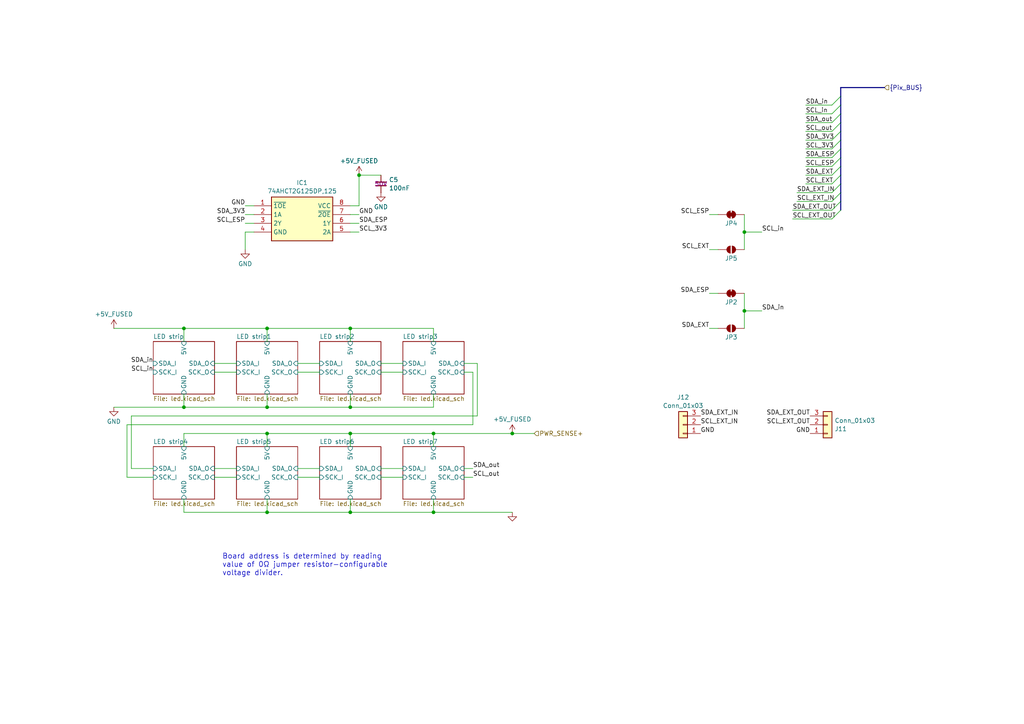
<source format=kicad_sch>
(kicad_sch (version 20250114) (generator "eeschema") (generator_version "9.0")
  (paper "A4")
  (lib_symbols
    (symbol "74xGxx:74AHCT2G125DP,125"
      (property "Reference" "IC" (at 24.13 7.62 0))
      (property "Value" "74AHCT2G125DP,125" (at 24.13 5.08 0))
      (symbol "74AHCT2G125DP,125_1_1"
        (rectangle (start 5.08 2.54) (end 22.86 -10.16) (stroke (width 0.254)) (fill (type background)))
        (pin passive line (at 0 0 0) (length 5.08) (name "~{1OE}") (number "1"))
        (pin passive line (at 0 -2.54 0) (length 5.08) (name "1A") (number "2"))
        (pin passive line (at 0 -5.08 0) (length 5.08) (name "2Y") (number "3"))
        (pin passive line (at 0 -7.62 0) (length 5.08) (name "GND") (number "4"))
        (pin passive line (at 27.94 0 180) (length 5.08) (name "VCC") (number "8"))
        (pin passive line (at 27.94 -2.54 180) (length 5.08) (name "~{2OE}") (number "7"))
        (pin passive line (at 27.94 -5.08 180) (length 5.08) (name "1Y") (number "6"))
        (pin passive line (at 27.94 -7.62 180) (length 5.08) (name "2A") (number "5"))
      )
    )
    (symbol "Connector_Generic:Conn_01x03" (pin_names (offset 1.016) (hide yes))
      (property "Reference" "J" (at 0 5.08 0))
      (property "Value" "Conn_01x03" (at 0 -5.08 0))
      (symbol "Conn_01x03_1_1"
        (rectangle (start -1.27 3.81) (end 1.27 -3.81) (stroke (width 0.254)) (fill (type background)))
        (rectangle (start -1.27 2.667) (end 0 2.413) (stroke (width 0.1524)))
        (rectangle (start -1.27 0.127) (end 0 -0.127) (stroke (width 0.1524)))
        (rectangle (start -1.27 -2.413) (end 0 -2.667) (stroke (width 0.1524)))
        (pin passive line (at -5.08 2.54 0) (length 3.81) (name "Pin_1") (number "1"))
        (pin passive line (at -5.08 0 0) (length 3.81) (name "Pin_2") (number "2"))
        (pin passive line (at -5.08 -2.54 0) (length 3.81) (name "Pin_3") (number "3"))
      )
    )
    (symbol "Device:C_Small" (pin_numbers (hide yes)) (pin_names (offset 0.254) (hide yes))
      (property "Reference" "C" (at 0.254 1.778 0))
      (property "Value" "C_Small" (at 0.254 -2.032 0))
      (symbol "C_Small_0_1"
        (polyline (pts (xy -1.524 0.508) (xy 1.524 0.508)) (stroke (width 0.3048)))
        (polyline (pts (xy -1.524 -0.508) (xy 1.524 -0.508)) (stroke (width 0.3302)))
      )
      (symbol "C_Small_1_1"
        (pin passive line (at 0 2.54 270) (length 2.032) (name "~") (number "1"))
        (pin passive line (at 0 -2.54 90) (length 2.032) (name "~") (number "2"))
      )
    )
    (symbol "Jumper:SolderJumper_2_Bridged" (pin_numbers (hide yes)) (pin_names (offset 0) (hide yes)) (exclude_from_sim yes) (in_bom no)
      (property "Reference" "JP" (at 0 2.032 0))
      (property "Value" "SolderJumper_2_Bridged" (at 0 -2.54 0))
      (symbol "SolderJumper_2_Bridged_0_1"
        (rectangle (start -0.508 0.508) (end 0.508 -0.508) (fill (type outline)))
        (polyline (pts (xy -0.254 1.016) (xy -0.254 -1.016)))
        (arc (start -0.254 -1.016) (mid -1.2656 0) (end -0.254 1.016))
        (arc (start -0.254 -1.016) (mid -1.2656 0) (end -0.254 1.016) (fill (type outline)))
        (arc (start 0.254 1.016) (mid 1.2656 0) (end 0.254 -1.016))
        (arc (start 0.254 1.016) (mid 1.2656 0) (end 0.254 -1.016) (fill (type outline)))
        (polyline (pts (xy 0.254 1.016) (xy 0.254 -1.016)))
      )
      (symbol "SolderJumper_2_Bridged_1_1"
        (pin passive line (at -3.81 0 0) (length 2.54) (name "A") (number "1"))
        (pin passive line (at 3.81 0 180) (length 2.54) (name "B") (number "2"))
      )
    )
    (symbol "Jumper:SolderJumper_2_Open" (pin_numbers (hide yes)) (pin_names (offset 0) (hide yes)) (exclude_from_sim yes) (in_bom no)
      (property "Reference" "JP" (at 0 2.032 0))
      (property "Value" "SolderJumper_2_Open" (at 0 -2.54 0))
      (symbol "SolderJumper_2_Open_0_1"
        (polyline (pts (xy -0.254 1.016) (xy -0.254 -1.016)))
        (arc (start -0.254 -1.016) (mid -1.2656 0) (end -0.254 1.016))
        (arc (start -0.254 -1.016) (mid -1.2656 0) (end -0.254 1.016) (fill (type outline)))
        (arc (start 0.254 1.016) (mid 1.2656 0) (end 0.254 -1.016))
        (arc (start 0.254 1.016) (mid 1.2656 0) (end 0.254 -1.016) (fill (type outline)))
        (polyline (pts (xy 0.254 1.016) (xy 0.254 -1.016)))
      )
      (symbol "SolderJumper_2_Open_1_1"
        (pin passive line (at -3.81 0 0) (length 2.54) (name "A") (number "1"))
        (pin passive line (at 3.81 0 180) (length 2.54) (name "B") (number "2"))
      )
    )
    (symbol "power:+5V" (power) (pin_numbers (hide yes)) (pin_names (offset 0) (hide yes))
      (property "Value" "+5V" (at 0 3.556 0))
      (symbol "+5V_0_1"
        (polyline (pts (xy -0.762 1.27) (xy 0 2.54)))
        (polyline (pts (xy 0 2.54) (xy 0.762 1.27)))
        (polyline (pts (xy 0 0) (xy 0 2.54)))
      )
      (symbol "+5V_1_1"
        (pin power_in line (at 0 0 90) (length 0) (name "~") (number "1"))
      )
    )
    (symbol "power:GND" (power) (pin_numbers (hide yes)) (pin_names (offset 0) (hide yes))
      (property "Value" "GND" (at 0 -3.81 0))
      (symbol "GND_0_1"
        (polyline (pts (xy 0 0) (xy 0 -1.27) (xy 1.27 -1.27) (xy 0 -2.54) (xy -1.27 -1.27) (xy 0 -1.27)))
      )
      (symbol "GND_1_1"
        (pin power_in line (at 0 0 270) (length 0) (name "~") (number "1"))
      )
    )
  )
  (bus_alias "Pix_BUS" (members "SDA_in" "SCL_in" "SDA_out" "SCL_out" "SDA_3V3" "SCL_3V3" "SDA_ESP" "SCL_ESP" "SDA_EXT" "SCL_EXT" "SDA_EXT_IN" "SCL_EXT_IN" "SDA_EXT_OUT" "SCL_EXT_OUT"))
  (text_box "Board address is determined by reading value of 0Ω jumper resistor-configurable voltage divider. " (at 63.5 159.385 0) (size 50.8 15.24) (margins 0.9525 0.9525 0.9525 0.9525) (stroke (width -0.0001)) (effects (font (size 1.5 1.5)) (justify left top)))
  (junction (at 148.59 125.73))
  (junction (at 104.14 50.8))
  (junction (at 77.47 125.73))
  (junction (at 125.73 148.59))
  (junction (at 215.9 90.17))
  (junction (at 77.47 148.59))
  (junction (at 53.34 95.25))
  (junction (at 125.73 125.73))
  (junction (at 101.6 148.59))
  (junction (at 215.9 67.31))
  (junction (at 77.47 95.25))
  (junction (at 101.6 125.73))
  (junction (at 53.34 118.11))
  (junction (at 77.47 118.11))
  (junction (at 101.6 95.25))
  (junction (at 101.6 118.11))
  (bus_entry (at 243.84 40.64) (size -2.54 2.54))
  (bus_entry (at 243.84 53.34) (size -2.54 2.54))
  (bus_entry (at 243.84 48.26) (size -2.54 2.54))
  (bus_entry (at 243.84 43.18) (size -2.54 2.54))
  (bus_entry (at 243.84 38.1) (size -2.54 2.54))
  (bus_entry (at 243.84 55.88) (size -2.54 2.54))
  (bus_entry (at 243.84 58.42) (size -2.54 2.54))
  (bus_entry (at 243.84 60.96) (size -2.54 2.54))
  (bus_entry (at 243.84 33.02) (size -2.54 2.54))
  (bus_entry (at 243.84 27.94) (size -2.54 2.54))
  (bus_entry (at 243.84 45.72) (size -2.54 2.54))
  (bus_entry (at 243.84 50.8) (size -2.54 2.54))
  (bus_entry (at 243.84 30.48) (size -2.54 2.54))
  (bus_entry (at 243.84 35.56) (size -2.54 2.54))
  (wire (pts (xy 205.74 95.25) (xy 208.28 95.25)))
  (wire (pts (xy 53.34 95.25) (xy 77.47 95.25)))
  (wire (pts (xy 125.73 125.73) (xy 125.73 129.54)))
  (wire (pts (xy 215.9 90.17) (xy 215.9 95.25)))
  (wire (pts (xy 101.6 95.25) (xy 101.6 99.06)))
  (wire (pts (xy 215.9 67.31) (xy 215.9 72.39)))
  (wire (pts (xy 36.83 123.19) (xy 36.83 138.43)))
  (wire (pts (xy 86.36 135.89) (xy 92.71 135.89)))
  (wire (pts (xy 101.6 148.59) (xy 125.73 148.59)))
  (wire (pts (xy 71.12 64.77) (xy 73.66 64.77)))
  (wire (pts (xy 229.87 60.96) (xy 241.3 60.96)))
  (wire (pts (xy 125.73 148.59) (xy 125.73 144.78)))
  (wire (pts (xy 104.14 50.8) (xy 104.14 59.69)))
  (wire (pts (xy 205.74 62.23) (xy 208.28 62.23)))
  (wire (pts (xy 33.02 118.11) (xy 53.34 118.11)))
  (wire (pts (xy 205.74 85.09) (xy 208.28 85.09)))
  (bus (pts (xy 243.84 58.42) (xy 243.84 60.96)))
  (bus (pts (xy 243.84 43.18) (xy 243.84 45.72)))
  (wire (pts (xy 101.6 95.25) (xy 125.73 95.25)))
  (wire (pts (xy 134.62 105.41) (xy 138.43 105.41)))
  (bus (pts (xy 243.84 40.64) (xy 243.84 43.18)))
  (wire (pts (xy 53.34 148.59) (xy 77.47 148.59)))
  (wire (pts (xy 233.68 33.02) (xy 241.3 33.02)))
  (wire (pts (xy 62.23 105.41) (xy 68.58 105.41)))
  (wire (pts (xy 134.62 107.95) (xy 137.16 107.95)))
  (bus (pts (xy 243.84 45.72) (xy 243.84 48.26)))
  (wire (pts (xy 38.1 120.65) (xy 38.1 135.89)))
  (wire (pts (xy 110.49 138.43) (xy 116.84 138.43)))
  (wire (pts (xy 104.14 62.23) (xy 101.6 62.23)))
  (wire (pts (xy 62.23 135.89) (xy 68.58 135.89)))
  (bus (pts (xy 243.84 55.88) (xy 243.84 58.42)))
  (wire (pts (xy 125.73 148.59) (xy 148.59 148.59)))
  (wire (pts (xy 231.14 58.42) (xy 241.3 58.42)))
  (wire (pts (xy 53.34 129.54) (xy 53.34 125.73)))
  (wire (pts (xy 138.43 120.65) (xy 38.1 120.65)))
  (wire (pts (xy 125.73 95.25) (xy 125.73 99.06)))
  (wire (pts (xy 125.73 125.73) (xy 148.59 125.73)))
  (wire (pts (xy 137.16 107.95) (xy 137.16 123.19)))
  (wire (pts (xy 62.23 107.95) (xy 68.58 107.95)))
  (wire (pts (xy 101.6 144.78) (xy 101.6 148.59)))
  (wire (pts (xy 220.98 90.17) (xy 215.9 90.17)))
  (wire (pts (xy 134.62 135.89) (xy 137.16 135.89)))
  (wire (pts (xy 104.14 59.69) (xy 101.6 59.69)))
  (bus (pts (xy 243.84 33.02) (xy 243.84 35.56)))
  (wire (pts (xy 138.43 105.41) (xy 138.43 120.65)))
  (wire (pts (xy 77.47 125.73) (xy 101.6 125.73)))
  (wire (pts (xy 71.12 67.31) (xy 71.12 72.39)))
  (wire (pts (xy 77.47 148.59) (xy 101.6 148.59)))
  (wire (pts (xy 77.47 114.3) (xy 77.47 118.11)))
  (wire (pts (xy 101.6 125.73) (xy 101.6 129.54)))
  (wire (pts (xy 233.68 53.34) (xy 241.3 53.34)))
  (bus (pts (xy 256.54 25.4) (xy 243.84 25.4)))
  (wire (pts (xy 101.6 118.11) (xy 125.73 118.11)))
  (wire (pts (xy 231.14 55.88) (xy 241.3 55.88)))
  (wire (pts (xy 125.73 118.11) (xy 125.73 114.3)))
  (wire (pts (xy 233.68 45.72) (xy 241.3 45.72)))
  (wire (pts (xy 215.9 67.31) (xy 215.9 62.23)))
  (wire (pts (xy 104.14 67.31) (xy 101.6 67.31)))
  (wire (pts (xy 215.9 90.17) (xy 215.9 85.09)))
  (wire (pts (xy 101.6 114.3) (xy 101.6 118.11)))
  (wire (pts (xy 86.36 105.41) (xy 92.71 105.41)))
  (wire (pts (xy 220.98 67.31) (xy 215.9 67.31)))
  (wire (pts (xy 62.23 138.43) (xy 68.58 138.43)))
  (bus (pts (xy 243.84 27.94) (xy 243.84 30.48)))
  (wire (pts (xy 53.34 95.25) (xy 33.02 95.25)))
  (wire (pts (xy 53.34 118.11) (xy 77.47 118.11)))
  (wire (pts (xy 110.49 107.95) (xy 116.84 107.95)))
  (wire (pts (xy 110.49 105.41) (xy 116.84 105.41)))
  (wire (pts (xy 229.87 63.5) (xy 241.3 63.5)))
  (wire (pts (xy 77.47 95.25) (xy 101.6 95.25)))
  (wire (pts (xy 36.83 138.43) (xy 44.45 138.43)))
  (wire (pts (xy 104.14 50.8) (xy 110.49 50.8)))
  (wire (pts (xy 53.34 144.78) (xy 53.34 148.59)))
  (wire (pts (xy 77.47 144.78) (xy 77.47 148.59)))
  (wire (pts (xy 233.68 48.26) (xy 241.3 48.26)))
  (wire (pts (xy 86.36 138.43) (xy 92.71 138.43)))
  (bus (pts (xy 243.84 25.4) (xy 243.84 27.94)))
  (wire (pts (xy 104.14 64.77) (xy 101.6 64.77)))
  (bus (pts (xy 243.84 50.8) (xy 243.84 53.34)))
  (wire (pts (xy 53.34 99.06) (xy 53.34 95.25)))
  (wire (pts (xy 101.6 125.73) (xy 125.73 125.73)))
  (wire (pts (xy 53.34 114.3) (xy 53.34 118.11)))
  (wire (pts (xy 134.62 138.43) (xy 137.16 138.43)))
  (wire (pts (xy 148.59 125.73) (xy 154.94 125.73)))
  (wire (pts (xy 86.36 107.95) (xy 92.71 107.95)))
  (wire (pts (xy 73.66 67.31) (xy 71.12 67.31)))
  (wire (pts (xy 137.16 123.19) (xy 36.83 123.19)))
  (wire (pts (xy 233.68 43.18) (xy 241.3 43.18)))
  (bus (pts (xy 243.84 53.34) (xy 243.84 55.88)))
  (wire (pts (xy 233.68 30.48) (xy 241.3 30.48)))
  (wire (pts (xy 77.47 95.25) (xy 77.47 99.06)))
  (wire (pts (xy 71.12 62.23) (xy 73.66 62.23)))
  (wire (pts (xy 205.74 72.39) (xy 208.28 72.39)))
  (wire (pts (xy 233.68 38.1) (xy 241.3 38.1)))
  (bus (pts (xy 243.84 30.48) (xy 243.84 33.02)))
  (wire (pts (xy 233.68 50.8) (xy 241.3 50.8)))
  (wire (pts (xy 53.34 125.73) (xy 77.47 125.73)))
  (bus (pts (xy 243.84 48.26) (xy 243.84 50.8)))
  (wire (pts (xy 71.12 59.69) (xy 73.66 59.69)))
  (wire (pts (xy 233.68 35.56) (xy 241.3 35.56)))
  (bus (pts (xy 243.84 35.56) (xy 243.84 38.1)))
  (wire (pts (xy 77.47 118.11) (xy 101.6 118.11)))
  (wire (pts (xy 233.68 40.64) (xy 241.3 40.64)))
  (bus (pts (xy 243.84 38.1) (xy 243.84 40.64)))
  (wire (pts (xy 77.47 125.73) (xy 77.47 129.54)))
  (wire (pts (xy 110.49 135.89) (xy 116.84 135.89)))
  (wire (pts (xy 38.1 135.89) (xy 44.45 135.89)))
  (label "SDA_ESP" (at 104.14 64.77 0))
  (label "SCL_EXT_IN" (at 203.2 123.19 0))
  (label "SCL_EXT_OUT" (at 229.87 63.5 0))
  (label "SCL_ESP" (at 233.68 48.26 0))
  (label "SCL_ESP" (at 71.12 64.77 180))
  (label "SCL_out" (at 233.68 38.1 0))
  (label "SDA_in" (at 44.45 105.41 180))
  (label "SCL_EXT" (at 205.74 72.39 180))
  (label "SDA_out" (at 233.68 35.56 0))
  (label "SCL_3V3" (at 104.14 67.31 0))
  (label "SDA_EXT_OUT" (at 234.95 120.65 180))
  (label "SDA_in" (at 233.68 30.48 0))
  (label "SDA_EXT_IN" (at 203.2 120.65 0))
  (label "SDA_3V3" (at 71.12 62.23 180))
  (label "SDA_ESP" (at 233.68 45.72 0))
  (label "GND" (at 234.95 125.73 180))
  (label "SCL_EXT_IN" (at 231.14 58.42 0))
  (label "SCL_3V3" (at 233.68 43.18 0))
  (label "SCL_ESP" (at 205.74 62.23 180))
  (label "SDA_EXT" (at 233.68 50.8 0))
  (label "GND" (at 104.14 62.23 0))
  (label "SDA_ESP" (at 205.74 85.09 180))
  (label "SDA_in" (at 220.98 90.17 0))
  (label "SDA_EXT_IN" (at 231.14 55.88 0))
  (label "SCL_in" (at 220.98 67.31 0))
  (label "SCL_out" (at 137.16 138.43 0))
  (label "SDA_EXT" (at 205.74 95.25 180))
  (label "GND" (at 71.12 59.69 180))
  (label "GND" (at 203.2 125.73 0))
  (label "SDA_EXT_OUT" (at 229.87 60.96 0))
  (label "SCL_EXT_OUT" (at 234.95 123.19 180))
  (label "SDA_3V3" (at 233.68 40.64 0))
  (label "SCL_EXT" (at 233.68 53.34 0))
  (label "SDA_out" (at 137.16 135.89 0))
  (label "SCL_in" (at 44.45 107.95 180))
  (label "SCL_in" (at 233.68 33.02 0))
  (hierarchical_label "PWR_SENSE+" (shape input) (at 154.94 125.73 0))
  (hierarchical_label "{Pix_BUS}" (shape input) (at 256.54 25.4 0))
  (symbol (lib_id "Connector_Generic:Conn_01x03") (at 198.12 123.19 180) (unit 1)
    (property "Reference" "J12" (at 198.12 115.2355 0))
    (property "Value" "Conn_01x03" (at 198.12 117.6598 0))
    (property "Footprint" "Connector_JST:JST_PH_B3B-PH-K_1x03_P2.00mm_Vertical" (effects (hide yes)))
    (property "Description" "Generic connector, single row, 01x03, script generated (kicad-library-utils/schlib/autogen/connector/)" (effects (hide yes)))
    (property "LCSC" "C131339" (effects (hide yes)))
  )
  (symbol (lib_id "power:+5V") (at 33.02 95.25 0) (unit 1)
    (property "Reference" "#PWR014" (effects (hide yes)))
    (property "Value" "+5V_FUSED" (at 33.02 91.1169 0))
    (property "Description" "Power symbol creates a global label with name \"+5V\"" (effects (hide yes)))
  )
  (symbol (lib_id "Jumper:SolderJumper_2_Open") (at 212.09 72.39 180) (unit 1) (exclude_from_sim yes) (in_bom no)
    (property "Reference" "JP5" (at 212.09 74.93 0))
    (property "Value" "SolderJumper_2_Open" (effects (hide yes)))
    (property "Footprint" "Jumper:SolderJumper-2_P1.3mm_Open_RoundedPad1.0x1.5mm" (effects (hide yes)))
    (property "Description" "Solder Jumper, 2-pole, open" (effects (hide yes)))
  )
  (symbol (lib_id "Jumper:SolderJumper_2_Bridged") (at 212.09 62.23 180) (unit 1) (exclude_from_sim yes) (in_bom no)
    (property "Reference" "JP4" (at 212.09 64.77 0))
    (property "Value" "SolderJumper_2_Bridged" (effects (hide yes)))
    (property "Footprint" "Jumper:SolderJumper-2_P1.3mm_Bridged_RoundedPad1.0x1.5mm" (effects (hide yes)))
    (property "Description" "Solder Jumper, 2-pole, closed/bridged" (effects (hide yes)))
  )
  (symbol (lib_id "Jumper:SolderJumper_2_Open") (at 212.09 95.25 180) (unit 1) (exclude_from_sim yes) (in_bom no)
    (property "Reference" "JP3" (at 212.09 97.79 0))
    (property "Value" "SolderJumper_2_Open" (effects (hide yes)))
    (property "Footprint" "Jumper:SolderJumper-2_P1.3mm_Open_RoundedPad1.0x1.5mm" (effects (hide yes)))
    (property "Description" "Solder Jumper, 2-pole, open" (effects (hide yes)))
  )
  (symbol (lib_id "power:GND") (at 71.12 72.39 0) (unit 1)
    (property "Reference" "#PWR045" (effects (hide yes)))
    (property "Value" "GND" (at 71.12 76.5231 0))
    (property "Description" "Power symbol creates a global label with name \"GND\" , ground" (effects (hide yes)))
  )
  (symbol (lib_id "Device:C_Small") (at 110.49 53.34 0) (unit 1)
    (property "Reference" "C5" (at 112.8141 52.1341 0) (effects (justify left)))
    (property "Value" "100nF" (at 112.8141 54.5584 0) (effects (justify left)))
    (property "Footprint" "Capacitor_SMD:C_0603_1608Metric" (effects (hide yes)))
    (property "Description" "Unpolarized capacitor, small symbol" (effects (hide yes)))
    (property "LCSC" "C14663" (effects (hide yes)))
    (property "Rating" "50V" (at 110.49 53.34 0))
  )
  (symbol (lib_id "power:GND") (at 148.59 148.59 0) (unit 1)
    (property "Reference" "#PWR017" (effects (hide yes)))
    (property "Value" "GND" (effects (hide yes)))
    (property "Description" "Power symbol creates a global label with name \"GND\" , ground" (effects (hide yes)))
  )
  (symbol (lib_id "Connector_Generic:Conn_01x03") (at 240.03 123.19 0) (mirror x) (unit 1)
    (property "Reference" "J11" (at 242.062 124.4022 0) (effects (justify left)))
    (property "Value" "Conn_01x03" (at 242.062 121.9779 0) (effects (justify left)))
    (property "Footprint" "Connector_JST:JST_PH_B3B-PH-K_1x03_P2.00mm_Vertical" (effects (hide yes)))
    (property "Description" "Generic connector, single row, 01x03, script generated (kicad-library-utils/schlib/autogen/connector/)" (effects (hide yes)))
    (property "LCSC" "C131339" (effects (hide yes)))
  )
  (symbol (lib_id "74xGxx:74AHCT2G125DP,125") (at 73.66 59.69 0) (unit 1)
    (property "Reference" "IC1" (at 87.63 53.0055 0))
    (property "Value" "74AHCT2G125DP,125" (at 87.63 55.4298 0))
    (property "Footprint" "Package_SO:TSSOP-8_3x3mm_P0.65mm" (effects (hide yes)))
    (property "Datasheet" "https://assets.nexperia.com/documents/data-sheet/74AHC_AHCT2G125.pdf" (effects (hide yes)))
    (property "Description" "74AHC(T)2G125 - Dual buffer/line driver; 3-state@en-us" (effects (hide yes)))
    (property "Height" "1.1" (effects (hide yes)))
    (property "Mouser Part Number" "771-AHCT2G125DP125" (effects (hide yes)))
    (property "Mouser Price/Stock" "https://www.mouser.co.uk/ProductDetail/Nexperia/74AHCT2G125DP125?qs=P62ublwmbi%2FS7fXZumeLoQ%3D%3D" (effects (hide yes)))
    (property "Manufacturer_Name" "Nexperia" (effects (hide yes)))
    (property "Manufacturer_Part_Number" "74AHCT2G125DP,125" (effects (hide yes)))
    (property "LCSC" "C458787" (effects (hide yes)))
  )
  (symbol (lib_id "Jumper:SolderJumper_2_Bridged") (at 212.09 85.09 180) (unit 1) (exclude_from_sim yes) (in_bom no)
    (property "Reference" "JP2" (at 212.09 87.63 0))
    (property "Value" "SolderJumper_2_Bridged" (effects (hide yes)))
    (property "Footprint" "Jumper:SolderJumper-2_P1.3mm_Bridged_RoundedPad1.0x1.5mm" (effects (hide yes)))
    (property "Description" "Solder Jumper, 2-pole, closed/bridged" (effects (hide yes)))
  )
  (symbol (lib_id "power:GND") (at 33.02 118.11 0) (unit 1)
    (property "Reference" "#PWR015" (effects (hide yes)))
    (property "Value" "GND" (at 33.02 122.2431 0))
    (property "Description" "Power symbol creates a global label with name \"GND\" , ground" (effects (hide yes)))
  )
  (symbol (lib_id "power:GND") (at 110.49 55.88 0) (unit 1)
    (property "Reference" "#PWR046" (effects (hide yes)))
    (property "Value" "GND" (at 110.49 60.0131 0))
    (property "Description" "Power symbol creates a global label with name \"GND\" , ground" (effects (hide yes)))
  )
  (symbol (lib_id "power:+5V") (at 104.14 50.8 0) (unit 1)
    (property "Reference" "#PWR044" (effects (hide yes)))
    (property "Value" "+5V_FUSED" (at 104.14 46.6669 0))
    (property "Description" "Power symbol creates a global label with name \"+5V\"" (effects (hide yes)))
  )
  (symbol (lib_id "power:+5V") (at 148.59 125.73 0) (unit 1)
    (property "Reference" "#PWR016" (effects (hide yes)))
    (property "Value" "+5V_FUSED" (at 148.59 121.5969 0))
    (property "Description" "Power symbol creates a global label with name \"+5V\"" (effects (hide yes)))
  )
  (sheet (at 44.45 129.54) (size 17.78 15.24) (stroke (width 0.1524))
    (property "Sheetname" "LED strip4" (at 44.45 128.8284 0) (effects (justify left bottom)))
    (property "Sheetfile" "led.kicad_sch" (at 44.45 145.3646 0) (effects (justify left top)))
    (pin "SDA_O" input (at 62.23 135.89 0))
    (pin "GND" input (at 53.34 144.78 270))
    (pin "SCK_I" input (at 44.45 138.43 180))
    (pin "SDA_I" input (at 44.45 135.89 180))
    (pin "5V" input (at 53.34 129.54 90))
    (pin "SCK_O" input (at 62.23 138.43 0))
  )
  (sheet (at 92.71 129.54) (size 17.78 15.24) (stroke (width 0.1524))
    (property "Sheetname" "LED strip6" (at 92.71 128.8284 0) (effects (justify left bottom)))
    (property "Sheetfile" "led.kicad_sch" (at 92.71 145.3646 0) (effects (justify left top)))
    (pin "SDA_O" input (at 110.49 135.89 0))
    (pin "GND" input (at 101.6 144.78 270))
    (pin "SCK_I" input (at 92.71 138.43 180))
    (pin "SDA_I" input (at 92.71 135.89 180))
    (pin "5V" input (at 101.6 129.54 90))
    (pin "SCK_O" input (at 110.49 138.43 0))
  )
  (sheet (at 44.45 99.06) (size 17.78 15.24) (stroke (width 0.1524))
    (property "Sheetname" "LED strip" (at 44.45 98.3484 0) (effects (justify left bottom)))
    (property "Sheetfile" "led.kicad_sch" (at 44.45 114.8846 0) (effects (justify left top)))
    (pin "SDA_O" input (at 62.23 105.41 0))
    (pin "GND" input (at 53.34 114.3 270))
    (pin "SCK_I" input (at 44.45 107.95 180))
    (pin "SDA_I" input (at 44.45 105.41 180))
    (pin "5V" input (at 53.34 99.06 90))
    (pin "SCK_O" input (at 62.23 107.95 0))
  )
  (sheet (at 92.71 99.06) (size 17.78 15.24) (stroke (width 0.1524))
    (property "Sheetname" "LED strip2" (at 92.71 98.3484 0) (effects (justify left bottom)))
    (property "Sheetfile" "led.kicad_sch" (at 92.71 114.8846 0) (effects (justify left top)))
    (pin "SDA_O" input (at 110.49 105.41 0))
    (pin "GND" input (at 101.6 114.3 270))
    (pin "SCK_I" input (at 92.71 107.95 180))
    (pin "SDA_I" input (at 92.71 105.41 180))
    (pin "5V" input (at 101.6 99.06 90))
    (pin "SCK_O" input (at 110.49 107.95 0))
  )
  (sheet (at 68.58 129.54) (size 17.78 15.24) (stroke (width 0.1524))
    (property "Sheetname" "LED strip5" (at 68.58 128.8284 0) (effects (justify left bottom)))
    (property "Sheetfile" "led.kicad_sch" (at 68.58 145.3646 0) (effects (justify left top)))
    (pin "SDA_O" input (at 86.36 135.89 0))
    (pin "GND" input (at 77.47 144.78 270))
    (pin "SCK_I" input (at 68.58 138.43 180))
    (pin "SDA_I" input (at 68.58 135.89 180))
    (pin "5V" input (at 77.47 129.54 90))
    (pin "SCK_O" input (at 86.36 138.43 0))
  )
  (sheet (at 116.84 99.06) (size 17.78 15.24) (stroke (width 0.1524))
    (property "Sheetname" "LED strip3" (at 116.84 98.3484 0) (effects (justify left bottom)))
    (property "Sheetfile" "led.kicad_sch" (at 116.84 114.8846 0) (effects (justify left top)))
    (pin "SDA_O" input (at 134.62 105.41 0))
    (pin "GND" input (at 125.73 114.3 270))
    (pin "SCK_I" input (at 116.84 107.95 180))
    (pin "SDA_I" input (at 116.84 105.41 180))
    (pin "5V" input (at 125.73 99.06 90))
    (pin "SCK_O" input (at 134.62 107.95 0))
  )
  (sheet (at 116.84 129.54) (size 17.78 15.24) (stroke (width 0.1524))
    (property "Sheetname" "LED strip7" (at 116.84 128.8284 0) (effects (justify left bottom)))
    (property "Sheetfile" "led.kicad_sch" (at 116.84 145.3646 0) (effects (justify left top)))
    (pin "SDA_O" input (at 134.62 135.89 0))
    (pin "GND" input (at 125.73 144.78 270))
    (pin "SCK_I" input (at 116.84 138.43 180))
    (pin "SDA_I" input (at 116.84 135.89 180))
    (pin "5V" input (at 125.73 129.54 90))
    (pin "SCK_O" input (at 134.62 138.43 0))
  )
  (sheet (at 68.58 99.06) (size 17.78 15.24) (stroke (width 0.1524))
    (property "Sheetname" "LED strip1" (at 68.58 98.3484 0) (effects (justify left bottom)))
    (property "Sheetfile" "led.kicad_sch" (at 68.58 114.8846 0) (effects (justify left top)))
    (pin "SDA_O" input (at 86.36 105.41 0))
    (pin "GND" input (at 77.47 114.3 270))
    (pin "SCK_I" input (at 68.58 107.95 180))
    (pin "SDA_I" input (at 68.58 105.41 180))
    (pin "5V" input (at 77.47 99.06 90))
    (pin "SCK_O" input (at 86.36 107.95 0))
  )
)
</source>
